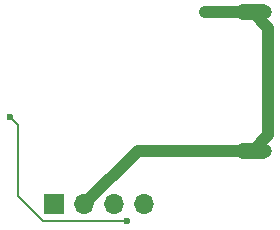
<source format=gbr>
%TF.GenerationSoftware,KiCad,Pcbnew,8.0.1*%
%TF.CreationDate,2024-09-03T09:14:14-03:00*%
%TF.ProjectId,USB-thermometer,5553422d-7468-4657-926d-6f6d65746572,rev?*%
%TF.SameCoordinates,Original*%
%TF.FileFunction,Copper,L2,Bot*%
%TF.FilePolarity,Positive*%
%FSLAX46Y46*%
G04 Gerber Fmt 4.6, Leading zero omitted, Abs format (unit mm)*
G04 Created by KiCad (PCBNEW 8.0.1) date 2024-09-03 09:14:14*
%MOMM*%
%LPD*%
G01*
G04 APERTURE LIST*
%TA.AperFunction,ComponentPad*%
%ADD10O,3.200000X1.300000*%
%TD*%
%TA.AperFunction,ComponentPad*%
%ADD11R,1.700000X1.700000*%
%TD*%
%TA.AperFunction,ComponentPad*%
%ADD12O,1.700000X1.700000*%
%TD*%
%TA.AperFunction,ViaPad*%
%ADD13C,0.600000*%
%TD*%
%TA.AperFunction,Conductor*%
%ADD14C,1.000000*%
%TD*%
%TA.AperFunction,Conductor*%
%ADD15C,0.200000*%
%TD*%
G04 APERTURE END LIST*
D10*
%TO.P,J1,5,Shield*%
%TO.N,GND*%
X114625000Y-72450000D03*
X114625000Y-84150000D03*
%TD*%
D11*
%TO.P,J2,1,Pin_1*%
%TO.N,3V3*%
X97800000Y-88700000D03*
D12*
%TO.P,J2,2,Pin_2*%
%TO.N,GND*%
X100340000Y-88700000D03*
%TO.P,J2,3,Pin_3*%
%TO.N,SDA*%
X102880000Y-88700000D03*
%TO.P,J2,4,Pin_4*%
%TO.N,SCL*%
X105420000Y-88700000D03*
%TD*%
D13*
%TO.N,GND*%
X110600000Y-72400000D03*
%TO.N,SCL*%
X94100000Y-81300000D03*
X104000000Y-90100000D03*
%TD*%
D14*
%TO.N,GND*%
X104890000Y-84150000D02*
X114625000Y-84150000D01*
X100340000Y-88700000D02*
X104890000Y-84150000D01*
X115925000Y-82850000D02*
X115925000Y-73750000D01*
X115925000Y-73750000D02*
X114625000Y-72450000D01*
X114625000Y-84150000D02*
X115925000Y-82850000D01*
X110650000Y-72450000D02*
X110600000Y-72400000D01*
X114625000Y-72450000D02*
X110650000Y-72450000D01*
D15*
%TO.N,SCL*%
X94800000Y-82000000D02*
X94100000Y-81300000D01*
X96900000Y-90100000D02*
X94800000Y-88000000D01*
X94800000Y-88000000D02*
X94800000Y-82400000D01*
X94800000Y-82400000D02*
X94800000Y-82000000D01*
X104000000Y-90100000D02*
X96900000Y-90100000D01*
%TD*%
M02*

</source>
